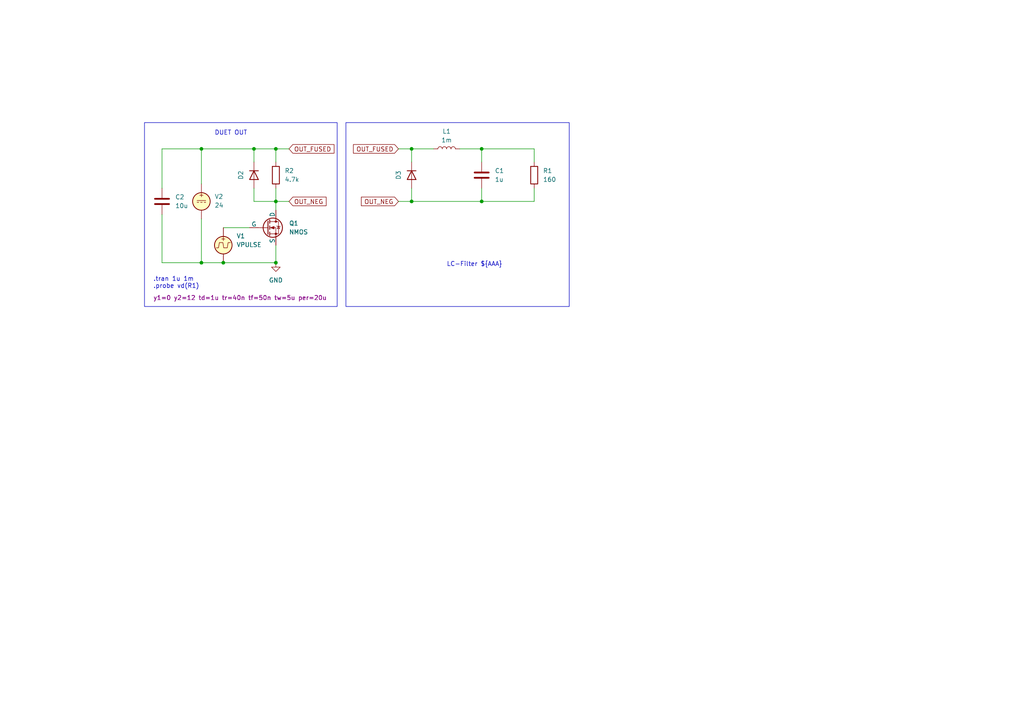
<source format=kicad_sch>
(kicad_sch (version 20230121) (generator eeschema)
  (paper "A4")
  (lib_symbols
    (symbol "Device:C" (pin_numbers hide) (pin_names (offset 0.254))
      (property "Reference" "C" (at 0.635 2.54 0))
      (property "Value" "C" (at 0.635 -2.54 0))
      (symbol "C_0_1"
        (polyline (pts (xy -2.032 -0.762) (xy 2.032 -0.762)) (stroke (width 0.508)))
        (polyline (pts (xy -2.032 0.762) (xy 2.032 0.762)) (stroke (width 0.508)))
      )
      (symbol "C_1_1"
        (pin passive line (at 0 3.81 270) (length 2.794) (name "~") (number "1"))
        (pin passive line (at 0 -3.81 90) (length 2.794) (name "~") (number "2"))
      )
    )
    (symbol "Device:D" (pin_numbers hide) (pin_names (offset 1.016) hide)
      (property "Reference" "D" (at 0 2.54 0))
      (property "Value" "D" (at 0 -2.54 0))
      (symbol "D_0_1"
        (polyline (pts (xy -1.27 1.27) (xy -1.27 -1.27)) (stroke (width 0.254)))
        (polyline (pts (xy 1.27 0) (xy -1.27 0)))
        (polyline (pts (xy 1.27 1.27) (xy 1.27 -1.27) (xy -1.27 0) (xy 1.27 1.27)) (stroke (width 0.254)))
      )
      (symbol "D_1_1"
        (pin passive line (at -3.81 0 0) (length 2.54) (name "K") (number "1"))
        (pin passive line (at 3.81 0 180) (length 2.54) (name "A") (number "2"))
      )
    )
    (symbol "Device:L" (pin_numbers hide) (pin_names (offset 1.016) hide)
      (property "Reference" "L" (at -1.27 0 90))
      (property "Value" "L" (at 1.905 0 90))
      (symbol "L_0_1"
        (arc (start 0 -2.54) (mid 0.6323 -1.905) (end 0 -1.27))
        (arc (start 0 -1.27) (mid 0.6323 -0.635) (end 0 0))
        (arc (start 0 0) (mid 0.6323 0.635) (end 0 1.27))
        (arc (start 0 1.27) (mid 0.6323 1.905) (end 0 2.54))
      )
      (symbol "L_1_1"
        (pin passive line (at 0 3.81 270) (length 1.27) (name "1") (number "1"))
        (pin passive line (at 0 -3.81 90) (length 1.27) (name "2") (number "2"))
      )
    )
    (symbol "Device:R" (pin_numbers hide) (pin_names (offset 0))
      (property "Reference" "R" (at 2.032 0 90))
      (property "Value" "R" (at 0 0 90))
      (symbol "R_0_1"
        (rectangle (start -1.016 -2.54) (end 1.016 2.54) (stroke (width 0.254)))
      )
      (symbol "R_1_1"
        (pin passive line (at 0 3.81 270) (length 1.27) (name "~") (number "1"))
        (pin passive line (at 0 -3.81 90) (length 1.27) (name "~") (number "2"))
      )
    )
    (symbol "Simulation_SPICE:NMOS" (pin_numbers hide) (pin_names (offset 0))
      (property "Reference" "Q" (at 5.08 1.27 0))
      (property "Value" "NMOS" (at 5.08 -1.27 0))
      (symbol "NMOS_0_1"
        (polyline (pts (xy 0.254 0) (xy -2.54 0)))
        (polyline (pts (xy 0.254 1.905) (xy 0.254 -1.905)) (stroke (width 0.254)))
        (polyline (pts (xy 0.762 -1.27) (xy 0.762 -2.286)) (stroke (width 0.254)))
        (polyline (pts (xy 0.762 0.508) (xy 0.762 -0.508)) (stroke (width 0.254)))
        (polyline (pts (xy 0.762 2.286) (xy 0.762 1.27)) (stroke (width 0.254)))
        (polyline (pts (xy 2.54 2.54) (xy 2.54 1.778)))
        (polyline (pts (xy 2.54 -2.54) (xy 2.54 0) (xy 0.762 0)))
        (polyline (pts (xy 0.762 -1.778) (xy 3.302 -1.778) (xy 3.302 1.778) (xy 0.762 1.778)))
        (polyline (pts (xy 1.016 0) (xy 2.032 0.381) (xy 2.032 -0.381) (xy 1.016 0)) (fill (type outline)))
        (polyline (pts (xy 2.794 0.508) (xy 2.921 0.381) (xy 3.683 0.381) (xy 3.81 0.254)))
        (polyline (pts (xy 3.302 0.381) (xy 2.921 -0.254) (xy 3.683 -0.254) (xy 3.302 0.381)))
        (circle (center 1.651 0) (radius 2.794) (stroke (width 0.254)))
        (circle (center 2.54 -1.778) (radius 0.254) (fill (type outline)))
        (circle (center 2.54 1.778) (radius 0.254) (fill (type outline)))
      )
      (symbol "NMOS_1_1"
        (pin passive line (at 2.54 5.08 270) (length 2.54) (name "D") (number "1"))
        (pin input line (at -5.08 0 0) (length 2.54) (name "G") (number "2"))
        (pin passive line (at 2.54 -5.08 90) (length 2.54) (name "S") (number "3"))
      )
    )
    (symbol "Simulation_SPICE:VDC" (pin_numbers hide) (pin_names (offset 0.0254))
      (property "Reference" "V" (at 2.54 2.54 0))
      (property "Value" "1" (at 2.54 0 0))
      (symbol "VDC_0_0"
        (polyline (pts (xy -1.27 0.254) (xy 1.27 0.254)))
        (polyline (pts (xy -0.762 -0.254) (xy -1.27 -0.254)))
        (polyline (pts (xy 0.254 -0.254) (xy -0.254 -0.254)))
        (polyline (pts (xy 1.27 -0.254) (xy 0.762 -0.254)))
        (text "+" (at 0 1.905 0) (effects (font (size 1.27 1.27))))
      )
      (symbol "VDC_0_1"
        (circle (center 0 0) (radius 2.54) (stroke (width 0.254)) (fill (type background)))
      )
      (symbol "VDC_1_1"
        (pin passive line (at 0 5.08 270) (length 2.54) (name "~") (number "1"))
        (pin passive line (at 0 -5.08 90) (length 2.54) (name "~") (number "2"))
      )
    )
    (symbol "Simulation_SPICE:VPULSE" (pin_numbers hide) (pin_names (offset 0.0254))
      (property "Reference" "V" (at 2.54 2.54 0))
      (property "Value" "VPULSE" (at 2.54 0 0))
      (property "Sim.Params" "y1=0 y2=1 td=2n tr=2n tf=2n tw=50n per=100n" (at 2.54 -2.54 0))
      (symbol "VPULSE_0_0"
        (polyline (pts (xy -2.032 -0.762) (xy -1.397 -0.762) (xy -1.143 0.762) (xy -0.127 0.762) (xy 0.127 -0.762) (xy 1.143 -0.762) (xy 1.397 0.762) (xy 2.032 0.762)))
        (text "+" (at 0 1.905 0) (effects (font (size 1.27 1.27))))
      )
      (symbol "VPULSE_0_1"
        (circle (center 0 0) (radius 2.54) (stroke (width 0.254)) (fill (type background)))
      )
      (symbol "VPULSE_1_1"
        (pin passive line (at 0 5.08 270) (length 2.54) (name "~") (number "1"))
        (pin passive line (at 0 -5.08 90) (length 2.54) (name "~") (number "2"))
      )
    )
    (symbol "power:GND" (power) (pin_names (offset 0))
      (property "Value" "GND" (at 0 -3.81 0))
      (symbol "GND_0_1"
        (polyline (pts (xy 0 0) (xy 0 -1.27) (xy 1.27 -1.27) (xy 0 -2.54) (xy -1.27 -1.27) (xy 0 -1.27)))
      )
      (symbol "GND_1_1"
        (pin power_in line (at 0 0 270) (length 0) hide (name "GND") (number "1"))
      )
    )
  )
  (junction (at 119.38 58.42))
  (junction (at 80.01 58.42))
  (junction (at 73.66 43.18))
  (junction (at 139.7 58.42))
  (junction (at 80.01 76.2))
  (junction (at 80.01 43.18))
  (junction (at 64.77 76.2))
  (junction (at 58.42 43.18))
  (junction (at 119.38 43.18))
  (junction (at 58.42 76.2))
  (junction (at 139.7 43.18))
  (wire (pts (xy 46.99 54.61) (xy 46.99 43.18)))
  (wire (pts (xy 58.42 43.18) (xy 58.42 53.34)))
  (wire (pts (xy 73.66 58.42) (xy 80.01 58.42)))
  (wire (pts (xy 73.66 54.61) (xy 73.66 58.42)))
  (wire (pts (xy 139.7 43.18) (xy 154.94 43.18)))
  (wire (pts (xy 64.77 76.2) (xy 80.01 76.2)))
  (wire (pts (xy 119.38 43.18) (xy 119.38 46.99)))
  (wire (pts (xy 58.42 76.2) (xy 64.77 76.2)))
  (wire (pts (xy 139.7 43.18) (xy 139.7 46.99)))
  (wire (pts (xy 115.57 58.42) (xy 119.38 58.42)))
  (wire (pts (xy 58.42 63.5) (xy 58.42 76.2)))
  (wire (pts (xy 46.99 76.2) (xy 58.42 76.2)))
  (wire (pts (xy 64.77 66.04) (xy 72.39 66.04)))
  (wire (pts (xy 154.94 43.18) (xy 154.94 46.99)))
  (wire (pts (xy 133.35 43.18) (xy 139.7 43.18)))
  (wire (pts (xy 73.66 43.18) (xy 80.01 43.18)))
  (wire (pts (xy 119.38 58.42) (xy 139.7 58.42)))
  (wire (pts (xy 139.7 54.61) (xy 139.7 58.42)))
  (wire (pts (xy 80.01 43.18) (xy 83.82 43.18)))
  (wire (pts (xy 115.57 43.18) (xy 119.38 43.18)))
  (wire (pts (xy 80.01 43.18) (xy 80.01 46.99)))
  (wire (pts (xy 154.94 54.61) (xy 154.94 58.42)))
  (wire (pts (xy 80.01 71.12) (xy 80.01 76.2)))
  (wire (pts (xy 80.01 54.61) (xy 80.01 58.42)))
  (wire (pts (xy 46.99 43.18) (xy 58.42 43.18)))
  (wire (pts (xy 80.01 60.96) (xy 80.01 58.42)))
  (wire (pts (xy 80.01 58.42) (xy 83.82 58.42)))
  (wire (pts (xy 73.66 43.18) (xy 73.66 46.99)))
  (wire (pts (xy 119.38 54.61) (xy 119.38 58.42)))
  (wire (pts (xy 46.99 62.23) (xy 46.99 76.2)))
  (wire (pts (xy 58.42 43.18) (xy 73.66 43.18)))
  (wire (pts (xy 119.38 43.18) (xy 125.73 43.18)))
  (wire (pts (xy 139.7 58.42) (xy 154.94 58.42)))
  (rectangle (start 41.91 35.56) (end 97.79 88.9))
  (rectangle (start 100.33 35.56) (end 165.1 88.9))
  (text ".tran 1u 1m\n.probe vd(R1)" (at 44.45 83.82 0) (effects (font (size 1.27 1.27)) (justify left bottom)))
  (text "DUET OUT" (at 62.23 39.37 0) (effects (font (size 1.27 1.27)) (justify left bottom)))
  (text "LC-Filter ${AAA}" (at 129.54 77.47 0) (effects (font (size 1.27 1.27)) (justify left bottom)))
  (global_label "OUT_NEG" (shape input) (at 115.57 58.42 180) (property "Intersheetrefs" "${INTERSHEET_REFS}" (effects hide)))
  (global_label "OUT_NEG" (shape input) (at 83.82 58.42 0) (property "Intersheetrefs" "${INTERSHEET_REFS}" (effects hide)))
  (global_label "OUT_FUSED" (shape input) (at 83.82 43.18 0) (property "Intersheetrefs" "${INTERSHEET_REFS}" (effects hide)))
  (global_label "OUT_FUSED" (shape input) (at 115.57 43.18 180) (property "Intersheetrefs" "${INTERSHEET_REFS}" (effects hide)))
  (symbol (lib_id "Simulation_SPICE:VPULSE") (at 64.77 71.12 0) (unit 1)
    (property "Reference" "V1" (at 68.58 68.4502 0) (effects (justify left)))
    (property "Value" "VPULSE" (at 68.58 70.9902 0) (effects (justify left)))
    (property "Sim.Pins" "1=+ 2=-" (effects hide))
    (property "Sim.Type" "PULSE" (effects hide))
    (property "Sim.Device" "V" (effects hide))
    (property "Sim.Params" "y1=0 y2=12 td=1u tr=40n tf=50n tw=5u per=20u" (at 44.45 86.36 0) (effects (justify left)))
  )
  (symbol (lib_id "Device:R") (at 80.01 50.8 0) (unit 1)
    (property "Reference" "R2" (at 82.55 49.53 0) (effects (justify left)))
    (property "Value" "4.7k" (at 82.55 52.07 0) (effects (justify left)))
  )
  (symbol (lib_id "Device:L") (at 129.54 43.18 90) (unit 1)
    (property "Reference" "L1" (at 129.54 38.1 90))
    (property "Value" "1m" (at 129.54 40.64 90))
    (property "Sim.Device" "L" (effects hide))
    (property "Sim.Pins" "1=+ 2=-" (effects hide))
  )
  (symbol (lib_id "Simulation_SPICE:VDC") (at 58.42 58.42 0) (unit 1)
    (property "Reference" "V2" (at 62.23 57.0202 0) (effects (justify left)))
    (property "Value" "24" (at 62.23 59.5602 0) (effects (justify left)))
    (property "Sim.Pins" "1=+ 2=-" (effects hide))
    (property "Sim.Type" "DC" (effects hide))
    (property "Sim.Device" "V" (effects hide))
  )
  (symbol (lib_id "Device:D") (at 73.66 50.8 270) (unit 1)
    (property "Reference" "D2" (at 69.85 50.8 0))
    (property "Value" "D" (effects hide))
    (property "Sim.Device" "D" (effects hide))
    (property "Sim.Pins" "1=K 2=A" (effects hide))
  )
  (symbol (lib_id "Device:C") (at 139.7 50.8 0) (unit 1)
    (property "Reference" "C1" (at 143.51 49.53 0) (effects (justify left)))
    (property "Value" "1u" (at 143.51 52.07 0) (effects (justify left)))
    (property "Sim.Device" "C" (effects hide))
    (property "Sim.Pins" "1=+ 2=-" (effects hide))
  )
  (symbol (lib_id "Device:D") (at 119.38 50.8 270) (unit 1)
    (property "Reference" "D3" (at 115.57 50.8 0))
    (property "Value" "D" (effects hide))
    (property "Sim.Device" "D" (effects hide))
    (property "Sim.Pins" "1=K 2=A" (effects hide))
  )
  (symbol (lib_id "Simulation_SPICE:NMOS") (at 77.47 66.04 0) (unit 1)
    (property "Reference" "Q1" (at 83.82 64.77 0) (effects (justify left)))
    (property "Value" "NMOS" (at 83.82 67.31 0) (effects (justify left)))
    (property "Datasheet" "https://ngspice.sourceforge.io/docs/ngspice-manual.pdf" (effects hide))
    (property "Sim.Device" "NMOS" (effects hide))
    (property "Sim.Type" "VDMOS" (effects hide))
    (property "Sim.Pins" "1=D 2=G 3=S" (effects hide))
  )
  (symbol (lib_id "Device:C") (at 46.99 58.42 0) (unit 1)
    (property "Reference" "C2" (at 50.8 57.15 0) (effects (justify left)))
    (property "Value" "10u" (at 50.8 59.69 0) (effects (justify left)))
  )
  (symbol (lib_id "power:GND") (at 80.01 76.2 0) (unit 1)
    (property "Reference" "#PWR01" (effects hide))
    (property "Value" "GND" (at 80.01 81.28 0))
  )
  (symbol (lib_id "Device:R") (at 154.94 50.8 0) (unit 1)
    (property "Reference" "R1" (at 157.48 49.53 0) (effects (justify left)))
    (property "Value" "160" (at 157.48 52.07 0) (effects (justify left)))
  )
)
</source>
